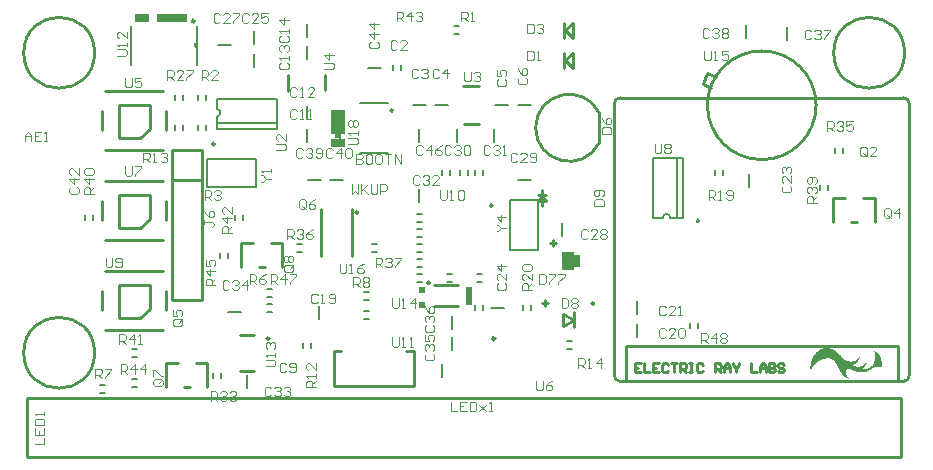
<source format=gto>
G04*
G04 #@! TF.GenerationSoftware,Altium Limited,CircuitStudio,1.5.2 (1.5.2.30)*
G04*
G04 Layer_Color=15065295*
%FSAX24Y24*%
%MOIN*%
G70*
G01*
G75*
%ADD81C,0.0100*%
%ADD82C,0.0079*%
%ADD83C,0.0030*%
%ADD84C,0.0040*%
%ADD85R,0.0050X0.0250*%
%ADD86R,0.0150X0.0150*%
%ADD87R,0.0500X0.0300*%
%ADD88R,0.0500X0.0800*%
%ADD89R,0.0200X0.0600*%
%ADD90R,0.0200X0.0200*%
%ADD91R,0.1000X0.0300*%
G36*
X037107Y013651D02*
X037173D01*
Y013644D01*
X037202Y013644D01*
Y013636D01*
X037232D01*
Y013629D01*
X037253D01*
Y013622D01*
X037268D01*
X037268Y013615D01*
X037290D01*
Y013607D01*
X037305D01*
Y013600D01*
X037319D01*
Y013593D01*
X037334Y013593D01*
Y013585D01*
X037341D01*
Y013578D01*
X037356D01*
Y013571D01*
X037370D01*
Y013563D01*
X037378Y013563D01*
Y013556D01*
X037385D01*
Y013549D01*
X037399D01*
Y013542D01*
X037407D01*
Y013534D01*
X037414D01*
Y013527D01*
X037429D01*
Y013520D01*
X037436D01*
Y013512D01*
X037443D01*
Y013505D01*
X037451D01*
Y013498D01*
X037458D01*
Y013490D01*
X037465D01*
Y013483D01*
X037473D01*
Y013476D01*
X037480D01*
Y013468D01*
X037487D01*
Y013461D01*
X037494D01*
Y013454D01*
X037502D01*
Y013447D01*
X037509D01*
Y013439D01*
X037516D01*
Y013432D01*
X037524D01*
Y013425D01*
X037531D01*
Y013417D01*
X037538D01*
Y013410D01*
X037546D01*
Y013403D01*
Y013395D01*
X037553D01*
X037553Y013388D01*
X037560D01*
Y013381D01*
X037567D01*
Y013374D01*
X037575D01*
Y013366D01*
X037582D01*
Y013359D01*
X037589D01*
Y013352D01*
Y013344D01*
X037597D01*
Y013337D01*
X037604D01*
Y013330D01*
X037611D01*
Y013322D01*
X037619D01*
Y013315D01*
X037626D01*
Y013308D01*
X037633Y013308D01*
Y013301D01*
X037648D01*
Y013293D01*
X037655D01*
Y013286D01*
X037670D01*
Y013279D01*
X037677D01*
Y013271D01*
X037692D01*
Y013264D01*
X037706D01*
X037706Y013257D01*
X037721D01*
Y013249D01*
X037735Y013249D01*
Y013242D01*
X037750D01*
Y013235D01*
X037772D01*
Y013227D01*
X037794D01*
Y013220D01*
X037823D01*
Y013213D01*
X037867D01*
X037867Y013206D01*
X037940D01*
X037940Y013213D01*
X037984D01*
Y013220D01*
X038006D01*
Y013227D01*
X038028D01*
Y013235D01*
X038042D01*
Y013242D01*
X038057D01*
Y013249D01*
X038071D01*
Y013257D01*
X038079D01*
Y013264D01*
X038086D01*
Y013271D01*
X038101D01*
Y013279D01*
X038108D01*
Y013286D01*
X038115D01*
Y013293D01*
X038122Y013293D01*
Y013301D01*
X038130D01*
Y013308D01*
X038137D01*
Y013315D01*
X038144D01*
Y013322D01*
Y013330D01*
X038152D01*
Y013337D01*
X038159D01*
Y013344D01*
Y013352D01*
X038166D01*
Y013359D01*
X038174D01*
Y013366D01*
Y013374D01*
X038181D01*
Y013381D01*
Y013388D01*
Y013395D01*
X038195D01*
Y013388D01*
Y013381D01*
X038188D01*
Y013374D01*
Y013366D01*
Y013359D01*
Y013352D01*
Y013344D01*
X038181D01*
Y013337D01*
Y013330D01*
Y013322D01*
X038174D01*
Y013315D01*
Y013308D01*
Y013301D01*
X038166D01*
Y013293D01*
Y013286D01*
Y013279D01*
X038159D01*
Y013271D01*
Y013264D01*
X038152D01*
Y013257D01*
Y013249D01*
X038144D01*
Y013242D01*
Y013235D01*
X038137D01*
Y013227D01*
Y013220D01*
X038130D01*
Y013213D01*
X038122D01*
X038122Y013206D01*
X038115D01*
Y013198D01*
Y013191D01*
X038108D01*
Y013184D01*
X038101D01*
Y013176D01*
X038093D01*
Y013169D01*
X038086D01*
Y013162D01*
X038079D01*
Y013154D01*
X038071D01*
Y013147D01*
X038057D01*
Y013140D01*
X038049D01*
Y013133D01*
X038035Y013133D01*
Y013125D01*
X038020D01*
Y013118D01*
X038013D01*
Y013111D01*
X037998D01*
Y013103D01*
X037984D01*
Y013096D01*
X037976D01*
Y013089D01*
X037969D01*
Y013081D01*
Y013074D01*
Y013067D01*
X037976D01*
Y013060D01*
X037998D01*
X037998Y013052D01*
X038020D01*
Y013045D01*
X038064D01*
Y013038D01*
X038188D01*
Y013045D01*
X038217D01*
Y013052D01*
X038247D01*
Y013060D01*
X038261D01*
Y013067D01*
X038276D01*
Y013074D01*
X038290D01*
Y013081D01*
X038305D01*
Y013089D01*
X038320D01*
Y013096D01*
X038327D01*
Y013103D01*
X038342D01*
Y013111D01*
X038349D01*
Y013118D01*
X038356D01*
Y013125D01*
X038363D01*
Y013133D01*
X038371D01*
Y013140D01*
X038378Y013140D01*
Y013147D01*
X038385D01*
Y013154D01*
X038393D01*
Y013162D01*
X038400D01*
Y013169D01*
X038407D01*
Y013176D01*
X038415D01*
Y013184D01*
Y013191D01*
X038422D01*
Y013198D01*
X038429D01*
Y013191D01*
Y013184D01*
X038422D01*
Y013176D01*
Y013169D01*
Y013162D01*
X038415D01*
Y013154D01*
Y013147D01*
Y013140D01*
X038407D01*
Y013133D01*
Y013125D01*
X038400D01*
Y013118D01*
Y013111D01*
X038393D01*
X038393Y013103D01*
Y013096D01*
X038385D01*
Y013089D01*
Y013081D01*
X038378D01*
Y013074D01*
Y013067D01*
X038371D01*
Y013060D01*
X038363D01*
X038363Y013052D01*
Y013045D01*
X038356D01*
Y013038D01*
X038349D01*
Y013030D01*
X038342D01*
Y013023D01*
X038334D01*
Y013016D01*
X038327D01*
Y013008D01*
X038320Y013008D01*
Y013001D01*
X038312D01*
Y012994D01*
X038305D01*
Y012987D01*
X038298D01*
Y012979D01*
X038290D01*
Y012972D01*
X038283D01*
Y012965D01*
X038276D01*
Y012957D01*
X038261D01*
Y012950D01*
X038283D01*
Y012943D01*
X038349D01*
Y012950D01*
X038385D01*
X038385Y012957D01*
X038415D01*
Y012965D01*
X038436D01*
Y012972D01*
X038451D01*
Y012979D01*
X038473D01*
Y012987D01*
X038488D01*
Y012994D01*
X038502D01*
Y013001D01*
X038517D01*
X038517Y013008D01*
X038531D01*
Y013016D01*
X038546D01*
Y013023D01*
X038561Y013023D01*
Y013030D01*
X038568D01*
Y013038D01*
X038575D01*
Y013045D01*
X038590D01*
Y013052D01*
X038597D01*
Y013060D01*
X038604D01*
Y013067D01*
Y013074D01*
X038612D01*
Y013081D01*
X038619D01*
X038619Y013089D01*
X038626D01*
Y013096D01*
Y013103D01*
X038634D01*
Y013111D01*
Y013118D01*
X038641D01*
Y013125D01*
Y013133D01*
X038648D01*
Y013140D01*
Y013147D01*
X038656D01*
Y013154D01*
Y013162D01*
X038663D01*
Y013169D01*
Y013176D01*
X038670D01*
Y013184D01*
Y013191D01*
Y013198D01*
Y013206D01*
X038677D01*
Y013213D01*
Y013220D01*
Y013227D01*
X038685D01*
Y013235D01*
Y013242D01*
Y013249D01*
Y013257D01*
Y013264D01*
Y013271D01*
X038692D01*
Y013279D01*
Y013286D01*
Y013293D01*
Y013301D01*
Y013308D01*
X038692Y013315D01*
Y013322D01*
Y013330D01*
Y013337D01*
X038692Y013344D01*
Y013352D01*
Y013359D01*
Y013366D01*
Y013374D01*
Y013381D01*
Y013388D01*
Y013395D01*
Y013403D01*
Y013410D01*
Y013417D01*
Y013425D01*
Y013432D01*
Y013439D01*
Y013447D01*
Y013454D01*
Y013461D01*
X038685D01*
Y013468D01*
Y013476D01*
Y013483D01*
Y013490D01*
X038685Y013498D01*
Y013505D01*
Y013512D01*
X038677D01*
Y013520D01*
Y013527D01*
Y013534D01*
Y013542D01*
Y013549D01*
X038670D01*
Y013556D01*
Y013563D01*
X038685D01*
Y013556D01*
X038692D01*
Y013549D01*
X038707D01*
Y013542D01*
X038714D01*
Y013534D01*
X038721D01*
Y013527D01*
X038736D01*
Y013520D01*
X038743D01*
Y013512D01*
X038750D01*
Y013505D01*
X038765D01*
Y013498D01*
X038772D01*
Y013490D01*
X038780D01*
Y013483D01*
X038787D01*
Y013476D01*
X038794D01*
Y013468D01*
X038802D01*
Y013461D01*
X038809D01*
Y013454D01*
X038816D01*
Y013447D01*
X038823D01*
X038823Y013439D01*
X038831D01*
Y013432D01*
X038838D01*
Y013425D01*
Y013417D01*
X038845D01*
Y013410D01*
X038853D01*
Y013403D01*
X038860D01*
Y013395D01*
Y013388D01*
X038867D01*
Y013381D01*
Y013374D01*
X038875D01*
Y013366D01*
X038882D01*
Y013359D01*
Y013352D01*
X038889D01*
Y013344D01*
Y013337D01*
Y013330D01*
X038897D01*
Y013322D01*
Y013315D01*
Y013308D01*
X038904D01*
Y013301D01*
Y013293D01*
Y013286D01*
X038911D01*
Y013279D01*
Y013271D01*
Y013264D01*
Y013257D01*
Y013249D01*
Y013242D01*
X038918D01*
Y013235D01*
Y013227D01*
Y013220D01*
Y013213D01*
X038918Y013206D01*
Y013198D01*
Y013191D01*
X038926D01*
X038926Y013184D01*
Y013176D01*
Y013169D01*
Y013162D01*
Y013154D01*
Y013147D01*
Y013140D01*
Y013133D01*
Y013125D01*
Y013118D01*
Y013111D01*
Y013103D01*
Y013096D01*
Y013089D01*
Y013081D01*
Y013074D01*
Y013067D01*
Y013060D01*
Y013052D01*
Y013045D01*
Y013038D01*
X038926Y013030D01*
Y013023D01*
X038889D01*
Y013030D01*
X038838D01*
Y013038D01*
X038743D01*
Y013030D01*
X038707Y013030D01*
Y013023D01*
X038685D01*
Y013016D01*
X038663D01*
Y013008D01*
X038648D01*
Y013001D01*
X038634D01*
Y012994D01*
X038626Y012994D01*
Y012987D01*
X038612D01*
Y012979D01*
X038604D01*
Y012972D01*
X038590D01*
Y012965D01*
X038583D01*
Y012957D01*
X038575D01*
X038575Y012950D01*
X038561D01*
Y012943D01*
X038553D01*
Y012935D01*
X038546D01*
Y012928D01*
X038531D01*
Y012921D01*
X038524D01*
Y012913D01*
X038509D01*
Y012906D01*
X038502D01*
Y012899D01*
X038488D01*
Y012892D01*
X038473D01*
Y012884D01*
X038458D01*
Y012877D01*
X038436D01*
Y012870D01*
X038415D01*
Y012862D01*
X038385Y012862D01*
Y012855D01*
X038349Y012855D01*
Y012848D01*
X038166D01*
Y012855D01*
X038122Y012855D01*
Y012862D01*
X038086Y012862D01*
Y012870D01*
X038057Y012870D01*
Y012877D01*
X038035Y012877D01*
Y012884D01*
X038020D01*
Y012892D01*
X037998D01*
Y012899D01*
X037984D01*
Y012906D01*
X037962D01*
Y012913D01*
X037947D01*
Y012921D01*
X037933D01*
Y012928D01*
X037911D01*
Y012935D01*
X037896D01*
Y012943D01*
X037881Y012943D01*
Y012950D01*
X037860Y012950D01*
Y012957D01*
X037845D01*
Y012965D01*
X037823D01*
Y012972D01*
X037779D01*
Y012965D01*
X037765D01*
Y012957D01*
X037757D01*
Y012950D01*
X037750D01*
Y012943D01*
Y012935D01*
X037743D01*
Y012928D01*
Y012921D01*
X037735D01*
Y012913D01*
Y012906D01*
Y012899D01*
X037728Y012899D01*
Y012892D01*
Y012884D01*
Y012877D01*
Y012870D01*
Y012862D01*
Y012855D01*
Y012848D01*
Y012840D01*
Y012833D01*
Y012826D01*
Y012819D01*
Y012811D01*
Y012804D01*
X037735Y012804D01*
Y012797D01*
Y012789D01*
Y012782D01*
X037743D01*
Y012775D01*
Y012767D01*
Y012760D01*
X037750D01*
Y012753D01*
Y012746D01*
X037757D01*
Y012738D01*
Y012731D01*
Y012724D01*
X037765Y012724D01*
Y012716D01*
X037772D01*
Y012709D01*
Y012702D01*
X037779D01*
Y012694D01*
Y012687D01*
X037787Y012687D01*
Y012680D01*
Y012672D01*
X037794D01*
Y012665D01*
X037801D01*
Y012658D01*
Y012651D01*
X037808D01*
Y012643D01*
X037816D01*
Y012636D01*
X037823D01*
Y012629D01*
X037830D01*
Y012621D01*
X037830Y012614D01*
X037823D01*
X037823Y012621D01*
X037808D01*
Y012629D01*
X037794D01*
Y012636D01*
X037779D01*
Y012643D01*
X037765D01*
Y012651D01*
X037757D01*
Y012658D01*
X037743D01*
Y012665D01*
X037735D01*
Y012672D01*
X037721D01*
Y012680D01*
X037713D01*
Y012687D01*
X037699D01*
Y012694D01*
X037692D01*
X037692Y012702D01*
X037684D01*
Y012709D01*
X037677D01*
Y012716D01*
X037662D01*
Y012724D01*
X037655Y012724D01*
Y012731D01*
X037648D01*
Y012738D01*
X037640D01*
Y012746D01*
X037633D01*
Y012753D01*
X037626Y012753D01*
Y012760D01*
X037619D01*
Y012767D01*
X037611D01*
Y012775D01*
X037604D01*
Y012782D01*
Y012789D01*
X037597D01*
Y012797D01*
X037589D01*
Y012804D01*
X037582D01*
Y012811D01*
X037575D01*
Y012819D01*
X037575Y012826D01*
X037567D01*
Y012833D01*
X037560D01*
Y012840D01*
X037553Y012840D01*
Y012848D01*
Y012855D01*
X037546D01*
Y012862D01*
X037538D01*
Y012870D01*
Y012877D01*
X037531D01*
X037531Y012884D01*
Y012892D01*
X037524D01*
Y012899D01*
Y012906D01*
X037516D01*
Y012913D01*
Y012921D01*
X037509D01*
Y012928D01*
Y012935D01*
X037502D01*
Y012943D01*
Y012950D01*
Y012957D01*
X037494D01*
Y012965D01*
Y012972D01*
X037487D01*
Y012979D01*
Y012987D01*
X037480D01*
Y012994D01*
Y013001D01*
X037473Y013001D01*
Y013008D01*
Y013016D01*
X037465D01*
Y013023D01*
Y013030D01*
X037458D01*
Y013038D01*
Y013045D01*
X037451D01*
Y013052D01*
Y013060D01*
X037443D01*
Y013067D01*
Y013074D01*
X037436D01*
Y013081D01*
Y013089D01*
X037429D01*
Y013096D01*
Y013103D01*
X037421D01*
Y013111D01*
X037414D01*
Y013118D01*
Y013125D01*
X037407D01*
Y013133D01*
Y013140D01*
X037399D01*
Y013147D01*
X037392D01*
Y013154D01*
X037392Y013162D01*
X037385D01*
Y013169D01*
X037378D01*
Y013176D01*
Y013184D01*
X037370D01*
X037370Y013191D01*
X037363D01*
Y013198D01*
X037356D01*
Y013206D01*
X037348D01*
Y013213D01*
X037341D01*
Y013220D01*
X037334D01*
Y013227D01*
X037326D01*
Y013235D01*
X037319D01*
Y013242D01*
X037312D01*
Y013249D01*
X037305D01*
Y013257D01*
X037290Y013257D01*
Y013264D01*
X037283D01*
Y013271D01*
X037268D01*
Y013279D01*
X037261D01*
Y013286D01*
X037246D01*
Y013293D01*
X037224D01*
Y013301D01*
X037210D01*
Y013308D01*
X037180Y013308D01*
Y013315D01*
X037049Y013315D01*
Y013308D01*
X037012Y013308D01*
Y013301D01*
X036991Y013301D01*
Y013293D01*
X036969D01*
Y013286D01*
X036947D01*
Y013279D01*
X036932D01*
Y013271D01*
X036917D01*
Y013264D01*
X036903D01*
Y013257D01*
X036888Y013257D01*
Y013249D01*
X036874D01*
Y013242D01*
X036859Y013242D01*
Y013235D01*
X036844D01*
Y013227D01*
X036830D01*
Y013220D01*
X036823D01*
Y013213D01*
X036808D01*
Y013206D01*
X036801D01*
Y013198D01*
X036786D01*
Y013191D01*
X036779D01*
Y013184D01*
X036771D01*
Y013176D01*
X036757D01*
Y013169D01*
X036750D01*
Y013162D01*
X036742D01*
Y013154D01*
X036735D01*
Y013147D01*
X036728D01*
Y013140D01*
X036720D01*
Y013133D01*
X036713D01*
Y013125D01*
X036698D01*
Y013118D01*
Y013111D01*
X036691D01*
Y013103D01*
X036684D01*
Y013096D01*
X036676D01*
Y013089D01*
X036669D01*
Y013081D01*
X036662D01*
Y013074D01*
X036655D01*
Y013067D01*
X036647D01*
Y013060D01*
Y013052D01*
X036640D01*
Y013045D01*
X036633D01*
Y013038D01*
X036625D01*
Y013030D01*
Y013023D01*
X036618D01*
Y013016D01*
X036611D01*
Y013008D01*
Y013001D01*
X036603Y013001D01*
Y012994D01*
Y012987D01*
X036596D01*
Y012979D01*
X036589D01*
Y012972D01*
Y012965D01*
X036582D01*
Y012957D01*
X036582Y012950D01*
X036574D01*
Y012943D01*
Y012935D01*
X036567D01*
X036567Y012928D01*
Y012921D01*
X036560D01*
Y012913D01*
Y012906D01*
Y012899D01*
X036545D01*
X036545Y012906D01*
Y012913D01*
Y012921D01*
Y012928D01*
Y012935D01*
Y012943D01*
Y012950D01*
Y012957D01*
Y012965D01*
Y012972D01*
X036538D01*
Y012979D01*
Y012987D01*
Y012994D01*
Y013001D01*
Y013008D01*
Y013016D01*
Y013023D01*
Y013030D01*
Y013038D01*
Y013045D01*
Y013052D01*
X036538Y013060D01*
X036545D01*
Y013067D01*
Y013074D01*
Y013081D01*
X036545Y013089D01*
Y013096D01*
Y013103D01*
Y013111D01*
Y013118D01*
Y013125D01*
X036552D01*
Y013133D01*
Y013140D01*
Y013147D01*
Y013154D01*
Y013162D01*
X036560D01*
Y013169D01*
Y013176D01*
Y013184D01*
X036560Y013191D01*
Y013198D01*
X036567D01*
Y013206D01*
X036567Y013213D01*
Y013220D01*
X036574D01*
Y013227D01*
Y013235D01*
Y013242D01*
X036582D01*
Y013249D01*
Y013257D01*
X036582Y013264D01*
X036589D01*
Y013271D01*
Y013279D01*
X036596D01*
Y013286D01*
Y013293D01*
Y013301D01*
X036603D01*
Y013308D01*
Y013315D01*
X036611D01*
Y013322D01*
Y013330D01*
X036618D01*
Y013337D01*
X036618Y013344D01*
X036625D01*
Y013352D01*
Y013359D01*
X036633D01*
Y013366D01*
Y013374D01*
X036640D01*
Y013381D01*
X036647D01*
Y013388D01*
Y013395D01*
X036655D01*
Y013403D01*
Y013410D01*
X036662D01*
Y013417D01*
X036669D01*
Y013425D01*
Y013432D01*
X036676D01*
Y013439D01*
X036684D01*
X036684Y013447D01*
X036691D01*
Y013454D01*
Y013461D01*
X036698D01*
Y013468D01*
X036706D01*
Y013476D01*
X036713D01*
Y013483D01*
X036720D01*
Y013490D01*
X036728D01*
Y013498D01*
Y013505D01*
X036735D01*
Y013512D01*
X036742D01*
Y013520D01*
X036750D01*
Y013527D01*
X036757D01*
Y013534D01*
X036771D01*
Y013542D01*
X036779D01*
Y013549D01*
X036786D01*
Y013556D01*
X036793D01*
Y013563D01*
X036801D01*
Y013571D01*
X036815Y013571D01*
Y013578D01*
X036823D01*
Y013585D01*
X036837D01*
Y013593D01*
X036844D01*
Y013600D01*
X036859D01*
Y013607D01*
X036874D01*
Y013615D01*
X036888D01*
Y013622D01*
X036910D01*
Y013629D01*
X036932Y013629D01*
Y013636D01*
X036954Y013636D01*
Y013644D01*
X036991D01*
Y013651D01*
X037056D01*
Y013658D01*
X037107D01*
Y013651D01*
D02*
G37*
G36*
X028650Y016750D02*
X028850D01*
Y016350D01*
X028650D01*
Y016250D01*
X028250D01*
Y016850D01*
X028650D01*
Y016750D01*
D02*
G37*
D81*
X021459Y018169D02*
G03*
X021459Y018169I-000039J000000D01*
G01*
X023849Y015833D02*
G03*
X023849Y015833I-000039J000000D01*
G01*
X032833Y017896D02*
G03*
X032833Y017896I-000039J000000D01*
G01*
X016685Y020457D02*
G03*
X016685Y020457I-000039J000000D01*
G01*
X029327Y015151D02*
G03*
X029327Y015151I-000039J000000D01*
G01*
X030197Y022000D02*
G03*
X030000Y021803I000000J-000197D01*
G01*
Y012748D02*
G03*
X030197Y012551I000197J000000D01*
G01*
X039646D02*
G03*
X039843Y012748I000000J000197D01*
G01*
Y021803D02*
G03*
X039646Y022000I-000197J000000D01*
G01*
X026032Y013972D02*
G03*
X026032Y013972I-000050J000000D01*
G01*
X016009Y024557D02*
G03*
X016009Y024557I-000044J000000D01*
G01*
X036731Y021750D02*
G03*
X036731Y021750I-001811J000000D01*
G01*
X012681Y013500D02*
G03*
X012681Y013500I-001181J000000D01*
G01*
X029500Y021500D02*
G03*
X029500Y020500I-001000J-000500D01*
G01*
X025945Y018406D02*
G03*
X025945Y018406I-000039J000000D01*
G01*
X018498Y013972D02*
G03*
X018498Y013972I-000039J000000D01*
G01*
X022630Y021591D02*
G03*
X022630Y021591I-000039J000000D01*
G01*
X012681Y023500D02*
G03*
X012681Y023500I-001181J000000D01*
G01*
X039681D02*
G03*
X039681Y023500I-001181J000000D01*
G01*
X027594Y018406D02*
Y018917D01*
X027476Y018563D02*
X027713Y018563D01*
X027594Y018720D02*
X027713Y018563D01*
X027476Y018563D02*
X027594Y018720D01*
X027476Y018760D02*
X027713Y018760D01*
X021262Y016713D02*
Y018287D01*
X020238Y016713D02*
Y018287D01*
X024006Y015046D02*
X024794D01*
X024006Y015754D02*
X024794D01*
X020663Y013565D02*
X020900D01*
X020663Y012384D02*
Y013565D01*
Y012384D02*
X023341Y012384D01*
X023341Y013565D01*
X023065D02*
X023341D01*
X039567Y010016D02*
Y011984D01*
X010433Y010016D02*
Y011984D01*
X039567D01*
X010433Y010016D02*
X039567D01*
X019120Y022224D02*
Y022756D01*
X020360Y022244D02*
Y022756D01*
X018545Y017144D02*
X018939D01*
Y016356D02*
Y017144D01*
X018152Y016356D02*
X018348D01*
X017561Y017144D02*
X017955D01*
X017561Y016356D02*
Y017144D01*
X028362Y024250D02*
X028618Y023994D01*
X028618Y023994D02*
Y024506D01*
X028343Y023994D02*
Y024506D01*
X028362Y024250D02*
X028618Y024506D01*
X027600Y015150D02*
X027800D01*
X027700Y015250D02*
X027700Y015050D01*
X028300Y014400D02*
Y014800D01*
Y014400D02*
X028650Y014600D01*
X028300Y014800D02*
X028650Y014600D01*
Y014350D02*
Y014850D01*
X016250Y015250D02*
X016250Y019250D01*
X015250Y015250D02*
X016250D01*
X015250Y019250D02*
X015250Y015250D01*
X015250Y019250D02*
X015250Y020250D01*
X015250Y019250D02*
X015250Y020250D01*
X015250Y019250D02*
X016250D01*
X016250Y020250D02*
X016250Y019250D01*
X015250Y020250D02*
X016250D01*
X030000Y012748D02*
Y021803D01*
X030197Y012551D02*
X039646D01*
X039646D01*
X039843Y021803D02*
X039843Y012748D01*
X030197Y022000D02*
X039646D01*
X039449Y012551D02*
Y013732D01*
X030394D02*
X039449D01*
X030394Y012551D02*
Y013732D01*
X032952Y022459D02*
X033109Y022813D01*
X032952Y022459D02*
X033227Y022341D01*
X033109Y022813D02*
X033385Y022695D01*
X027950Y017050D02*
Y017250D01*
X027850Y017150D02*
X028050D01*
X029500Y020500D02*
Y021500D01*
X017514Y012909D02*
X017986D01*
X017514Y014091D02*
X017986D01*
X013016Y014266D02*
X014945D01*
X012937Y014935D02*
Y015565D01*
X015063Y014935D02*
Y015565D01*
X013016Y016234D02*
X014945D01*
X013488Y015762D02*
X014512D01*
Y014974D02*
Y015762D01*
X014197Y014659D02*
X014512Y014974D01*
X013488Y014659D02*
X014197D01*
X013488D02*
Y015762D01*
X028362Y023250D02*
X028618Y022994D01*
X028618Y022994D02*
Y023506D01*
X028343Y022994D02*
Y023506D01*
X028362Y023250D02*
X028618Y023506D01*
X038295Y018644D02*
X038689D01*
Y017856D02*
Y018644D01*
X037902Y017856D02*
X038098D01*
X037311Y018644D02*
X037705D01*
X037311Y017856D02*
Y018644D01*
X016045Y013144D02*
X016439D01*
Y012356D02*
Y013144D01*
X015652Y012356D02*
X015848D01*
X015061Y013144D02*
X015455D01*
X015061Y012356D02*
Y013144D01*
X024974Y022380D02*
X025506D01*
X024994Y021140D02*
X025506D01*
X013016Y020266D02*
X014945D01*
X012937Y020935D02*
Y021565D01*
X015063Y020935D02*
Y021565D01*
X013016Y022234D02*
X014945D01*
X013488Y021762D02*
X014512D01*
Y020974D02*
Y021762D01*
X014197Y020659D02*
X014512Y020974D01*
X013488Y020659D02*
X014197D01*
X013488D02*
Y021762D01*
X013016Y017266D02*
X014945D01*
X012937Y017935D02*
Y018565D01*
X015063Y017935D02*
Y018565D01*
X013016Y019234D02*
X014945D01*
X013488Y018762D02*
X014512D01*
Y017974D02*
Y018762D01*
X014197Y017659D02*
X014512Y017974D01*
X013488Y017659D02*
X014197D01*
X013488D02*
Y018762D01*
X030900Y013150D02*
X030700D01*
Y012850D01*
X030900D01*
X030700Y013000D02*
X030800D01*
X031000Y013150D02*
Y012850D01*
X031200D01*
X031500Y013150D02*
X031300D01*
Y012850D01*
X031500D01*
X031300Y013000D02*
X031400D01*
X031800Y013100D02*
X031750Y013150D01*
X031650D01*
X031600Y013100D01*
Y012900D01*
X031650Y012850D01*
X031750D01*
X031800Y012900D01*
X031900Y013150D02*
X032100D01*
X032000D01*
Y012850D01*
X032200D02*
Y013150D01*
X032349D01*
X032399Y013100D01*
Y013000D01*
X032349Y012950D01*
X032200D01*
X032299D02*
X032399Y012850D01*
X032499Y013150D02*
X032599D01*
X032549D01*
Y012850D01*
X032499D01*
X032599D01*
X032949Y013100D02*
X032899Y013150D01*
X032799D01*
X032749Y013100D01*
Y012900D01*
X032799Y012850D01*
X032899D01*
X032949Y012900D01*
X033349Y012850D02*
Y013150D01*
X033499D01*
X033549Y013100D01*
Y013000D01*
X033499Y012950D01*
X033349D01*
X033449D02*
X033549Y012850D01*
X033649D02*
Y013050D01*
X033749Y013150D01*
X033849Y013050D01*
Y012850D01*
Y013000D01*
X033649D01*
X033949Y013150D02*
Y013100D01*
X034049Y013000D01*
X034149Y013100D01*
Y013150D01*
X034049Y013000D02*
Y012850D01*
X034549Y013150D02*
Y012850D01*
X034749D01*
X034849D02*
Y013050D01*
X034949Y013150D01*
X035049Y013050D01*
Y012850D01*
Y013000D01*
X034849D01*
X035149Y013150D02*
Y012850D01*
X035299D01*
X035348Y012900D01*
Y012950D01*
X035299Y013000D01*
X035149D01*
X035299D01*
X035348Y013050D01*
Y013100D01*
X035299Y013150D01*
X035149D01*
X035648Y013100D02*
X035598Y013150D01*
X035498D01*
X035448Y013100D01*
Y013050D01*
X035498Y013000D01*
X035598D01*
X035648Y012950D01*
Y012900D01*
X035598Y012850D01*
X035498D01*
X035448Y012900D01*
D82*
X031875Y018000D02*
G03*
X031625Y018000I-000125J000000D01*
G01*
X016750Y021375D02*
G03*
X016750Y021625I000000J000125D01*
G01*
X016102Y023829D02*
G03*
X016102Y023671I000000J-000079D01*
G01*
X026528Y016923D02*
X027472D01*
X026528D02*
Y018577D01*
X027472D01*
Y016923D02*
Y018577D01*
X031875Y018000D02*
X032293D01*
X031291D02*
X031625D01*
X031291D02*
Y020000D01*
X032293D01*
Y018000D02*
Y020000D01*
X032093Y018000D02*
Y020000D01*
X016750Y021157D02*
X018750D01*
X016750Y020957D02*
X018750D01*
Y021959D01*
X016750D02*
X018750D01*
X016750Y021625D02*
Y021959D01*
Y020957D02*
Y021375D01*
X016102Y023100D02*
Y023829D01*
Y023671D02*
Y024400D01*
X013898Y023100D02*
Y024400D01*
X021528Y020173D02*
X022472D01*
X021528Y021827D02*
X022472D01*
X023500Y020533D02*
Y020967D01*
X018000Y023033D02*
Y023467D01*
X023283Y021750D02*
X023717D01*
X024033D02*
X024467D01*
X026033D02*
X026467D01*
X026783D02*
X027217D01*
X019750Y020533D02*
Y020967D01*
Y021283D02*
Y021717D01*
Y023283D02*
Y023717D01*
Y024033D02*
Y024467D01*
X030750Y014033D02*
Y014467D01*
Y014783D02*
Y015217D01*
X024250Y012683D02*
Y013117D01*
X034500Y019033D02*
Y019467D01*
X025883Y015000D02*
X026317D01*
X018000Y023783D02*
Y024217D01*
X020150Y014633D02*
Y015067D01*
X016783Y023750D02*
X017217D01*
X028250Y017383D02*
Y017817D01*
X026783Y019250D02*
X027217D01*
X024750Y020533D02*
Y020967D01*
X026000Y020533D02*
Y020967D01*
X023500Y018533D02*
Y018967D01*
X017750Y012333D02*
Y012767D01*
X017133Y014850D02*
X017567D01*
X024600Y013583D02*
Y014017D01*
Y014283D02*
Y014717D01*
X035750Y023933D02*
Y024367D01*
X034400Y023983D02*
Y024417D01*
X019783Y019250D02*
X020217D01*
X020533D02*
X020967D01*
X021783Y023000D02*
X022217D01*
X024671Y024112D02*
X024829D01*
X024671Y024388D02*
X024829D01*
X016112Y021921D02*
Y022079D01*
X016388Y021921D02*
Y022079D01*
X016388Y020921D02*
Y021079D01*
X016112Y020921D02*
Y021079D01*
X018421Y015638D02*
X018579D01*
X018421Y015362D02*
X018579D01*
X012871Y012438D02*
X013029D01*
X012871Y012162D02*
X013029D01*
X021671Y015538D02*
X021829D01*
X021671Y015262D02*
X021829D01*
X019888Y013671D02*
Y013829D01*
X019612Y013671D02*
Y013829D01*
X015638Y020921D02*
Y021079D01*
X015362Y020921D02*
Y021079D01*
X028421Y013612D02*
X028579D01*
X028421Y013888D02*
X028579D01*
X033362Y019421D02*
Y019579D01*
X033638Y019421D02*
Y019579D01*
X026962Y014921D02*
Y015079D01*
X027238Y014921D02*
Y015079D01*
X023421Y017138D02*
X023579D01*
X023421Y016862D02*
X023579D01*
X023421Y017638D02*
X023579D01*
X023421Y017362D02*
X023579D01*
X025638Y019421D02*
Y019579D01*
X025362Y019421D02*
Y019579D01*
X023421Y016138D02*
X023579D01*
X023421Y015862D02*
X023579D01*
X023421Y016638D02*
X023579D01*
X023421Y016362D02*
X023579D01*
X015362Y021921D02*
Y022079D01*
X015638Y021921D02*
Y022079D01*
X024862Y019421D02*
Y019579D01*
X025138Y019421D02*
Y019579D01*
X024262Y019421D02*
Y019579D01*
X024538Y019421D02*
Y019579D01*
X024421Y016138D02*
X024579D01*
X024421Y015862D02*
X024579D01*
X023421Y017862D02*
X023579D01*
X023421Y018138D02*
X023579D01*
X025421Y016138D02*
X025579D01*
X025421Y015862D02*
X025579D01*
X016888Y012671D02*
Y012829D01*
X016612Y012671D02*
Y012829D01*
X037638Y020171D02*
Y020329D01*
X037362Y020171D02*
Y020329D01*
X019421Y017138D02*
X019579D01*
X019421Y016862D02*
X019579D01*
X021921Y016862D02*
X022079D01*
X021921Y017138D02*
X022079D01*
X036862Y018921D02*
Y019079D01*
X037138Y018921D02*
Y019079D01*
X012638Y017921D02*
Y018079D01*
X012362Y017921D02*
Y018079D01*
X013921Y013362D02*
X014079D01*
X013921Y013638D02*
X014079D01*
X017638Y017921D02*
Y018079D01*
X017362Y017921D02*
Y018079D01*
X022888Y022921D02*
Y023079D01*
X022612Y022921D02*
Y023079D01*
X013921Y012638D02*
X014079D01*
X013921Y012362D02*
X014079D01*
X016862Y016671D02*
Y016829D01*
X017138Y016671D02*
Y016829D01*
X018077Y019028D02*
Y019972D01*
X016423Y019028D02*
X018077D01*
X016423D02*
Y019972D01*
X018077D01*
X021671Y014888D02*
X021829D01*
X021671Y014612D02*
X021829D01*
X018421Y015138D02*
X018579D01*
X018421Y014862D02*
X018579D01*
X025362Y014921D02*
Y015079D01*
X025638Y014921D02*
Y015079D01*
X032512Y014321D02*
Y014479D01*
X032788Y014321D02*
Y014479D01*
D83*
X026080Y017550D02*
X026133D01*
X026240Y017657D01*
X026133Y017763D01*
X026080D01*
X026240Y017657D02*
X026400D01*
Y018030D02*
X026080D01*
X026240Y017870D01*
Y018083D01*
X029330Y018400D02*
X029650D01*
Y018560D01*
X029597Y018613D01*
X029383D01*
X029330Y018560D01*
Y018400D01*
X029597Y018720D02*
X029650Y018773D01*
Y018880D01*
X029597Y018933D01*
X029383D01*
X029330Y018880D01*
Y018773D01*
X029383Y018720D01*
X029437D01*
X029490Y018773D01*
Y018933D01*
X020850Y016470D02*
Y016203D01*
X020903Y016150D01*
X021010D01*
X021063Y016203D01*
Y016470D01*
X021170Y016150D02*
X021277D01*
X021223D01*
Y016470D01*
X021170Y016417D01*
X021650Y016470D02*
X021543Y016417D01*
X021436Y016310D01*
Y016203D01*
X021490Y016150D01*
X021596D01*
X021650Y016203D01*
Y016257D01*
X021596Y016310D01*
X021436D01*
X022600Y015320D02*
Y015053D01*
X022653Y015000D01*
X022760D01*
X022813Y015053D01*
Y015320D01*
X022920Y015000D02*
X023027D01*
X022973D01*
Y015320D01*
X022920Y015267D01*
X023346Y015000D02*
Y015320D01*
X023186Y015160D01*
X023400D01*
X022600Y014020D02*
Y013753D01*
X022653Y013700D01*
X022760D01*
X022813Y013753D01*
Y014020D01*
X022920Y013700D02*
X023027D01*
X022973D01*
Y014020D01*
X022920Y013967D01*
X023186Y013700D02*
X023293D01*
X023240D01*
Y014020D01*
X023186Y013967D01*
X019713Y018353D02*
Y018567D01*
X019660Y018620D01*
X019553D01*
X019500Y018567D01*
Y018353D01*
X019553Y018300D01*
X019660D01*
X019607Y018407D02*
X019713Y018300D01*
X019660D02*
X019713Y018353D01*
X020033Y018620D02*
X019927Y018567D01*
X019820Y018460D01*
Y018353D01*
X019873Y018300D01*
X019980D01*
X020033Y018353D01*
Y018407D01*
X019980Y018460D01*
X019820D01*
X010680Y010450D02*
X011000D01*
Y010663D01*
X010680Y010983D02*
Y010770D01*
X011000D01*
Y010983D01*
X010840Y010770D02*
Y010877D01*
X010680Y011090D02*
X011000D01*
Y011250D01*
X010947Y011303D01*
X010733D01*
X010680Y011250D01*
Y011090D01*
X011000Y011410D02*
Y011516D01*
Y011463D01*
X010680D01*
X010733Y011410D01*
X020330Y022950D02*
X020597D01*
X020650Y023003D01*
Y023110D01*
X020597Y023163D01*
X020330D01*
X020650Y023430D02*
X020330D01*
X020490Y023270D01*
Y023483D01*
X019247Y016413D02*
X019033D01*
X018980Y016360D01*
Y016253D01*
X019033Y016200D01*
X019247D01*
X019300Y016253D01*
Y016360D01*
X019193Y016307D02*
X019300Y016413D01*
Y016360D02*
X019247Y016413D01*
X019033Y016520D02*
X018980Y016573D01*
Y016680D01*
X019033Y016733D01*
X019087D01*
X019140Y016680D01*
X019193Y016733D01*
X019247D01*
X019300Y016680D01*
Y016573D01*
X019247Y016520D01*
X019193D01*
X019140Y016573D01*
X019087Y016520D01*
X019033D01*
X019140Y016573D02*
Y016680D01*
X031350Y020470D02*
Y020203D01*
X031403Y020150D01*
X031510D01*
X031563Y020203D01*
Y020470D01*
X031670Y020417D02*
X031723Y020470D01*
X031830D01*
X031883Y020417D01*
Y020363D01*
X031830Y020310D01*
X031883Y020257D01*
Y020203D01*
X031830Y020150D01*
X031723D01*
X031670Y020203D01*
Y020257D01*
X031723Y020310D01*
X031670Y020363D01*
Y020417D01*
X031723Y020310D02*
X031830D01*
X027100Y024470D02*
Y024150D01*
X027260D01*
X027313Y024203D01*
Y024417D01*
X027260Y024470D01*
X027100D01*
X027420Y024417D02*
X027473Y024470D01*
X027580D01*
X027633Y024417D01*
Y024363D01*
X027580Y024310D01*
X027527D01*
X027580D01*
X027633Y024257D01*
Y024203D01*
X027580Y024150D01*
X027473D01*
X027420Y024203D01*
X018730Y020250D02*
X018997D01*
X019050Y020303D01*
Y020410D01*
X018997Y020463D01*
X018730D01*
X019050Y020783D02*
Y020570D01*
X018837Y020783D01*
X018783D01*
X018730Y020730D01*
Y020623D01*
X018783Y020570D01*
X028250Y015320D02*
Y015000D01*
X028410D01*
X028463Y015053D01*
Y015267D01*
X028410Y015320D01*
X028250D01*
X028570Y015267D02*
X028623Y015320D01*
X028730D01*
X028783Y015267D01*
Y015213D01*
X028730Y015160D01*
X028783Y015107D01*
Y015053D01*
X028730Y015000D01*
X028623D01*
X028570Y015053D01*
Y015107D01*
X028623Y015160D01*
X028570Y015213D01*
Y015267D01*
X028623Y015160D02*
X028730D01*
X016330Y017913D02*
Y017807D01*
Y017860D01*
X016597D01*
X016650Y017807D01*
Y017753D01*
X016597Y017700D01*
X016330Y018233D02*
X016383Y018127D01*
X016490Y018020D01*
X016597D01*
X016650Y018073D01*
Y018180D01*
X016597Y018233D01*
X016543D01*
X016490Y018180D01*
Y018020D01*
X027400Y012570D02*
Y012303D01*
X027453Y012250D01*
X027560D01*
X027613Y012303D01*
Y012570D01*
X027933D02*
X027827Y012517D01*
X027720Y012410D01*
Y012303D01*
X027773Y012250D01*
X027880D01*
X027933Y012303D01*
Y012357D01*
X027880Y012410D01*
X027720D01*
X013430Y023400D02*
X013697D01*
X013750Y023453D01*
Y023560D01*
X013697Y023613D01*
X013430D01*
X013750Y023720D02*
Y023827D01*
Y023773D01*
X013430D01*
X013483Y023720D01*
X013750Y024200D02*
Y023986D01*
X013537Y024200D01*
X013483D01*
X013430Y024146D01*
Y024040D01*
X013483Y023986D01*
X033000Y023570D02*
Y023303D01*
X033053Y023250D01*
X033160D01*
X033213Y023303D01*
Y023570D01*
X033320Y023250D02*
X033427D01*
X033373D01*
Y023570D01*
X033320Y023517D01*
X033800Y023570D02*
X033586D01*
Y023410D01*
X033693Y023463D01*
X033746D01*
X033800Y023410D01*
Y023303D01*
X033746Y023250D01*
X033640D01*
X033586Y023303D01*
X010360Y020550D02*
Y020763D01*
X010467Y020870D01*
X010573Y020763D01*
Y020550D01*
Y020710D01*
X010360D01*
X010893Y020870D02*
X010680D01*
Y020550D01*
X010893D01*
X010680Y020710D02*
X010787D01*
X011000Y020550D02*
X011106D01*
X011053D01*
Y020870D01*
X011000Y020817D01*
X027500Y016120D02*
Y015800D01*
X027660D01*
X027713Y015853D01*
Y016067D01*
X027660Y016120D01*
X027500D01*
X027820D02*
X028033D01*
Y016067D01*
X027820Y015853D01*
Y015800D01*
X028140Y016120D02*
X028353D01*
Y016067D01*
X028140Y015853D01*
Y015800D01*
X029580Y020800D02*
X029900D01*
Y020960D01*
X029847Y021013D01*
X029633D01*
X029580Y020960D01*
Y020800D01*
Y021333D02*
X029633Y021227D01*
X029740Y021120D01*
X029847D01*
X029900Y021173D01*
Y021280D01*
X029847Y021333D01*
X029793D01*
X029740Y021280D01*
Y021120D01*
X024200Y018920D02*
Y018653D01*
X024253Y018600D01*
X024360D01*
X024413Y018653D01*
Y018920D01*
X024520Y018600D02*
X024627D01*
X024573D01*
Y018920D01*
X024520Y018867D01*
X024786D02*
X024840Y018920D01*
X024946D01*
X025000Y018867D01*
Y018653D01*
X024946Y018600D01*
X024840D01*
X024786Y018653D01*
Y018867D01*
X018380Y013050D02*
X018647D01*
X018700Y013103D01*
Y013210D01*
X018647Y013263D01*
X018380D01*
X018700Y013370D02*
Y013477D01*
Y013423D01*
X018380D01*
X018433Y013370D01*
Y013636D02*
X018380Y013690D01*
Y013796D01*
X018433Y013850D01*
X018487D01*
X018540Y013796D01*
Y013743D01*
Y013796D01*
X018593Y013850D01*
X018647D01*
X018700Y013796D01*
Y013690D01*
X018647Y013636D01*
X021250Y019120D02*
Y018800D01*
X021357Y018907D01*
X021463Y018800D01*
Y019120D01*
X021570D02*
Y018800D01*
Y018907D01*
X021783Y019120D01*
X021623Y018960D01*
X021783Y018800D01*
X021890Y019120D02*
Y018853D01*
X021943Y018800D01*
X022050D01*
X022103Y018853D01*
Y019120D01*
X022210Y018800D02*
Y019120D01*
X022370D01*
X022423Y019067D01*
Y018960D01*
X022370Y018907D01*
X022210D01*
X021130Y020450D02*
X021397D01*
X021450Y020503D01*
Y020610D01*
X021397Y020663D01*
X021130D01*
X021450Y020770D02*
Y020877D01*
Y020823D01*
X021130D01*
X021183Y020770D01*
Y021036D02*
X021130Y021090D01*
Y021196D01*
X021183Y021250D01*
X021237D01*
X021290Y021196D01*
X021343Y021250D01*
X021397D01*
X021450Y021196D01*
Y021090D01*
X021397Y021036D01*
X021343D01*
X021290Y021090D01*
X021237Y021036D01*
X021183D01*
X021290Y021090D02*
Y021196D01*
X023613Y020367D02*
X023560Y020420D01*
X023453D01*
X023400Y020367D01*
Y020153D01*
X023453Y020100D01*
X023560D01*
X023613Y020153D01*
X023880Y020100D02*
Y020420D01*
X023720Y020260D01*
X023933D01*
X024253Y020420D02*
X024146Y020367D01*
X024040Y020260D01*
Y020153D01*
X024093Y020100D01*
X024200D01*
X024253Y020153D01*
Y020207D01*
X024200Y020260D01*
X024040D01*
X013050Y016670D02*
Y016403D01*
X013103Y016350D01*
X013210D01*
X013263Y016403D01*
Y016670D01*
X013370Y016403D02*
X013423Y016350D01*
X013530D01*
X013583Y016403D01*
Y016617D01*
X013530Y016670D01*
X013423D01*
X013370Y016617D01*
Y016563D01*
X013423Y016510D01*
X013583D01*
X011883Y019013D02*
X011830Y018960D01*
Y018853D01*
X011883Y018800D01*
X012097D01*
X012150Y018853D01*
Y018960D01*
X012097Y019013D01*
X012150Y019280D02*
X011830D01*
X011990Y019120D01*
Y019333D01*
X012150Y019653D02*
Y019440D01*
X011937Y019653D01*
X011883D01*
X011830Y019600D01*
Y019493D01*
X011883Y019440D01*
X024550Y011870D02*
Y011550D01*
X024763D01*
X025083Y011870D02*
X024870D01*
Y011550D01*
X025083D01*
X024870Y011710D02*
X024977D01*
X025190Y011870D02*
Y011550D01*
X025350D01*
X025403Y011603D01*
Y011817D01*
X025350Y011870D01*
X025190D01*
X025510Y011763D02*
X025723Y011550D01*
X025616Y011657D01*
X025723Y011763D01*
X025510Y011550D01*
X025830D02*
X025936D01*
X025883D01*
Y011870D01*
X025830Y011817D01*
X022763Y023867D02*
X022710Y023920D01*
X022603D01*
X022550Y023867D01*
Y023653D01*
X022603Y023600D01*
X022710D01*
X022763Y023653D01*
X023083Y023600D02*
X022870D01*
X023083Y023813D01*
Y023867D01*
X023030Y023920D01*
X022923D01*
X022870Y023867D01*
X023463Y022917D02*
X023410Y022970D01*
X023303D01*
X023250Y022917D01*
Y022703D01*
X023303Y022650D01*
X023410D01*
X023463Y022703D01*
X023570Y022917D02*
X023623Y022970D01*
X023730D01*
X023783Y022917D01*
Y022863D01*
X023730Y022810D01*
X023677D01*
X023730D01*
X023783Y022757D01*
Y022703D01*
X023730Y022650D01*
X023623D01*
X023570Y022703D01*
X024163Y022917D02*
X024110Y022970D01*
X024003D01*
X023950Y022917D01*
Y022703D01*
X024003Y022650D01*
X024110D01*
X024163Y022703D01*
X024430Y022650D02*
Y022970D01*
X024270Y022810D01*
X024483D01*
X026133Y022613D02*
X026080Y022560D01*
Y022453D01*
X026133Y022400D01*
X026347D01*
X026400Y022453D01*
Y022560D01*
X026347Y022613D01*
X026080Y022933D02*
Y022720D01*
X026240D01*
X026187Y022827D01*
Y022880D01*
X026240Y022933D01*
X026347D01*
X026400Y022880D01*
Y022773D01*
X026347Y022720D01*
X026833Y022663D02*
X026780Y022610D01*
Y022503D01*
X026833Y022450D01*
X027047D01*
X027100Y022503D01*
Y022610D01*
X027047Y022663D01*
X026780Y022983D02*
X026833Y022877D01*
X026940Y022770D01*
X027047D01*
X027100Y022823D01*
Y022930D01*
X027047Y022983D01*
X026993D01*
X026940Y022930D01*
Y022770D01*
X019063Y013117D02*
X019010Y013170D01*
X018903D01*
X018850Y013117D01*
Y012903D01*
X018903Y012850D01*
X019010D01*
X019063Y012903D01*
X019170D02*
X019223Y012850D01*
X019330D01*
X019383Y012903D01*
Y013117D01*
X019330Y013170D01*
X019223D01*
X019170Y013117D01*
Y013063D01*
X019223Y013010D01*
X019383D01*
X019423Y021557D02*
X019370Y021610D01*
X019263D01*
X019210Y021557D01*
Y021343D01*
X019263Y021290D01*
X019370D01*
X019423Y021343D01*
X019530Y021290D02*
X019637D01*
X019583D01*
Y021610D01*
X019530Y021557D01*
X019796Y021290D02*
X019903D01*
X019850D01*
Y021610D01*
X019796Y021557D01*
X019423Y022307D02*
X019370Y022360D01*
X019263D01*
X019210Y022307D01*
Y022093D01*
X019263Y022040D01*
X019370D01*
X019423Y022093D01*
X019530Y022040D02*
X019637D01*
X019583D01*
Y022360D01*
X019530Y022307D01*
X020010Y022040D02*
X019796D01*
X020010Y022253D01*
Y022307D01*
X019956Y022360D01*
X019850D01*
X019796Y022307D01*
X018883Y023163D02*
X018830Y023110D01*
Y023003D01*
X018883Y022950D01*
X019097D01*
X019150Y023003D01*
Y023110D01*
X019097Y023163D01*
X019150Y023270D02*
Y023377D01*
Y023323D01*
X018830D01*
X018883Y023270D01*
Y023536D02*
X018830Y023590D01*
Y023696D01*
X018883Y023750D01*
X018937D01*
X018990Y023696D01*
Y023643D01*
Y023696D01*
X019043Y023750D01*
X019097D01*
X019150Y023696D01*
Y023590D01*
X019097Y023536D01*
X018883Y024063D02*
X018830Y024010D01*
Y023903D01*
X018883Y023850D01*
X019097D01*
X019150Y023903D01*
Y024010D01*
X019097Y024063D01*
X019150Y024170D02*
Y024277D01*
Y024223D01*
X018830D01*
X018883Y024170D01*
X019150Y024596D02*
X018830D01*
X018990Y024436D01*
Y024650D01*
X020113Y015417D02*
X020060Y015470D01*
X019953D01*
X019900Y015417D01*
Y015203D01*
X019953Y015150D01*
X020060D01*
X020113Y015203D01*
X020220Y015150D02*
X020327D01*
X020273D01*
Y015470D01*
X020220Y015417D01*
X020486Y015203D02*
X020540Y015150D01*
X020646D01*
X020700Y015203D01*
Y015417D01*
X020646Y015470D01*
X020540D01*
X020486Y015417D01*
Y015363D01*
X020540Y015310D01*
X020700D01*
X031713Y014267D02*
X031660Y014320D01*
X031553D01*
X031500Y014267D01*
Y014053D01*
X031553Y014000D01*
X031660D01*
X031713Y014053D01*
X032033Y014000D02*
X031820D01*
X032033Y014213D01*
Y014267D01*
X031980Y014320D01*
X031873D01*
X031820Y014267D01*
X032140D02*
X032193Y014320D01*
X032300D01*
X032353Y014267D01*
Y014053D01*
X032300Y014000D01*
X032193D01*
X032140Y014053D01*
Y014267D01*
X031713Y015017D02*
X031660Y015070D01*
X031553D01*
X031500Y015017D01*
Y014803D01*
X031553Y014750D01*
X031660D01*
X031713Y014803D01*
X032033Y014750D02*
X031820D01*
X032033Y014963D01*
Y015017D01*
X031980Y015070D01*
X031873D01*
X031820Y015017D01*
X032140Y014750D02*
X032246D01*
X032193D01*
Y015070D01*
X032140Y015017D01*
X035633Y019063D02*
X035580Y019010D01*
Y018903D01*
X035633Y018850D01*
X035847D01*
X035900Y018903D01*
Y019010D01*
X035847Y019063D01*
X035900Y019383D02*
Y019170D01*
X035687Y019383D01*
X035633D01*
X035580Y019330D01*
Y019223D01*
X035633Y019170D01*
Y019490D02*
X035580Y019543D01*
Y019650D01*
X035633Y019703D01*
X035687D01*
X035740Y019650D01*
Y019596D01*
Y019650D01*
X035793Y019703D01*
X035847D01*
X035900Y019650D01*
Y019543D01*
X035847Y019490D01*
X026133Y015813D02*
X026080Y015760D01*
Y015653D01*
X026133Y015600D01*
X026347D01*
X026400Y015653D01*
Y015760D01*
X026347Y015813D01*
X026400Y016133D02*
Y015920D01*
X026187Y016133D01*
X026133D01*
X026080Y016080D01*
Y015973D01*
X026133Y015920D01*
X026400Y016400D02*
X026080D01*
X026240Y016240D01*
Y016453D01*
X017813Y024767D02*
X017760Y024820D01*
X017653D01*
X017600Y024767D01*
Y024553D01*
X017653Y024500D01*
X017760D01*
X017813Y024553D01*
X018133Y024500D02*
X017920D01*
X018133Y024713D01*
Y024767D01*
X018080Y024820D01*
X017973D01*
X017920Y024767D01*
X018453Y024820D02*
X018240D01*
Y024660D01*
X018346Y024713D01*
X018400D01*
X018453Y024660D01*
Y024553D01*
X018400Y024500D01*
X018293D01*
X018240Y024553D01*
X016863Y024767D02*
X016810Y024820D01*
X016703D01*
X016650Y024767D01*
Y024553D01*
X016703Y024500D01*
X016810D01*
X016863Y024553D01*
X017183Y024500D02*
X016970D01*
X017183Y024713D01*
Y024767D01*
X017130Y024820D01*
X017023D01*
X016970Y024767D01*
X017290Y024820D02*
X017503D01*
Y024767D01*
X017290Y024553D01*
Y024500D01*
X029113Y017567D02*
X029060Y017620D01*
X028953D01*
X028900Y017567D01*
Y017353D01*
X028953Y017300D01*
X029060D01*
X029113Y017353D01*
X029433Y017300D02*
X029220D01*
X029433Y017513D01*
Y017567D01*
X029380Y017620D01*
X029273D01*
X029220Y017567D01*
X029540D02*
X029593Y017620D01*
X029700D01*
X029753Y017567D01*
Y017513D01*
X029700Y017460D01*
X029753Y017407D01*
Y017353D01*
X029700Y017300D01*
X029593D01*
X029540Y017353D01*
Y017407D01*
X029593Y017460D01*
X029540Y017513D01*
Y017567D01*
X029593Y017460D02*
X029700D01*
X026763Y020118D02*
X026710Y020172D01*
X026603D01*
X026550Y020118D01*
Y019905D01*
X026603Y019852D01*
X026710D01*
X026763Y019905D01*
X027083Y019852D02*
X026870D01*
X027083Y020065D01*
Y020118D01*
X027030Y020172D01*
X026923D01*
X026870Y020118D01*
X027190Y019905D02*
X027243Y019852D01*
X027350D01*
X027403Y019905D01*
Y020118D01*
X027350Y020172D01*
X027243D01*
X027190Y020118D01*
Y020065D01*
X027243Y020012D01*
X027403D01*
X024563Y020367D02*
X024510Y020420D01*
X024403D01*
X024350Y020367D01*
Y020153D01*
X024403Y020100D01*
X024510D01*
X024563Y020153D01*
X024670Y020367D02*
X024723Y020420D01*
X024830D01*
X024883Y020367D01*
Y020313D01*
X024830Y020260D01*
X024777D01*
X024830D01*
X024883Y020207D01*
Y020153D01*
X024830Y020100D01*
X024723D01*
X024670Y020153D01*
X024990Y020367D02*
X025043Y020420D01*
X025150D01*
X025203Y020367D01*
Y020153D01*
X025150Y020100D01*
X025043D01*
X024990Y020153D01*
Y020367D01*
X025863D02*
X025810Y020420D01*
X025703D01*
X025650Y020367D01*
Y020153D01*
X025703Y020100D01*
X025810D01*
X025863Y020153D01*
X025970Y020367D02*
X026023Y020420D01*
X026130D01*
X026183Y020367D01*
Y020313D01*
X026130Y020260D01*
X026077D01*
X026130D01*
X026183Y020207D01*
Y020153D01*
X026130Y020100D01*
X026023D01*
X025970Y020153D01*
X026290Y020100D02*
X026396D01*
X026343D01*
Y020420D01*
X026290Y020367D01*
X023513Y019367D02*
X023460Y019420D01*
X023353D01*
X023300Y019367D01*
Y019153D01*
X023353Y019100D01*
X023460D01*
X023513Y019153D01*
X023620Y019367D02*
X023673Y019420D01*
X023780D01*
X023833Y019367D01*
Y019313D01*
X023780Y019260D01*
X023727D01*
X023780D01*
X023833Y019207D01*
Y019153D01*
X023780Y019100D01*
X023673D01*
X023620Y019153D01*
X024153Y019100D02*
X023940D01*
X024153Y019313D01*
Y019367D01*
X024100Y019420D01*
X023993D01*
X023940Y019367D01*
X018563Y012317D02*
X018510Y012370D01*
X018403D01*
X018350Y012317D01*
Y012103D01*
X018403Y012050D01*
X018510D01*
X018563Y012103D01*
X018670Y012317D02*
X018723Y012370D01*
X018830D01*
X018883Y012317D01*
Y012263D01*
X018830Y012210D01*
X018777D01*
X018830D01*
X018883Y012157D01*
Y012103D01*
X018830Y012050D01*
X018723D01*
X018670Y012103D01*
X018990Y012317D02*
X019043Y012370D01*
X019150D01*
X019203Y012317D01*
Y012263D01*
X019150Y012210D01*
X019096D01*
X019150D01*
X019203Y012157D01*
Y012103D01*
X019150Y012050D01*
X019043D01*
X018990Y012103D01*
X017163Y015867D02*
X017110Y015920D01*
X017003D01*
X016950Y015867D01*
Y015653D01*
X017003Y015600D01*
X017110D01*
X017163Y015653D01*
X017270Y015867D02*
X017323Y015920D01*
X017430D01*
X017483Y015867D01*
Y015813D01*
X017430Y015760D01*
X017377D01*
X017430D01*
X017483Y015707D01*
Y015653D01*
X017430Y015600D01*
X017323D01*
X017270Y015653D01*
X017750Y015600D02*
Y015920D01*
X017590Y015760D01*
X017803D01*
X023733Y013463D02*
X023680Y013410D01*
Y013303D01*
X023733Y013250D01*
X023947D01*
X024000Y013303D01*
Y013410D01*
X023947Y013463D01*
X023733Y013570D02*
X023680Y013623D01*
Y013730D01*
X023733Y013783D01*
X023787D01*
X023840Y013730D01*
Y013677D01*
Y013730D01*
X023893Y013783D01*
X023947D01*
X024000Y013730D01*
Y013623D01*
X023947Y013570D01*
X023680Y014103D02*
Y013890D01*
X023840D01*
X023787Y013996D01*
Y014050D01*
X023840Y014103D01*
X023947D01*
X024000Y014050D01*
Y013943D01*
X023947Y013890D01*
X023733Y014413D02*
X023680Y014360D01*
Y014253D01*
X023733Y014200D01*
X023947D01*
X024000Y014253D01*
Y014360D01*
X023947Y014413D01*
X023733Y014520D02*
X023680Y014573D01*
Y014680D01*
X023733Y014733D01*
X023787D01*
X023840Y014680D01*
Y014627D01*
Y014680D01*
X023893Y014733D01*
X023947D01*
X024000Y014680D01*
Y014573D01*
X023947Y014520D01*
X023680Y015053D02*
X023733Y014946D01*
X023840Y014840D01*
X023947D01*
X024000Y014893D01*
Y015000D01*
X023947Y015053D01*
X023893D01*
X023840Y015000D01*
Y014840D01*
X036563Y024217D02*
X036510Y024270D01*
X036403D01*
X036350Y024217D01*
Y024003D01*
X036403Y023950D01*
X036510D01*
X036563Y024003D01*
X036670Y024217D02*
X036723Y024270D01*
X036830D01*
X036883Y024217D01*
Y024163D01*
X036830Y024110D01*
X036777D01*
X036830D01*
X036883Y024057D01*
Y024003D01*
X036830Y023950D01*
X036723D01*
X036670Y024003D01*
X036990Y024270D02*
X037203D01*
Y024217D01*
X036990Y024003D01*
Y023950D01*
X033163Y024267D02*
X033110Y024320D01*
X033003D01*
X032950Y024267D01*
Y024053D01*
X033003Y024000D01*
X033110D01*
X033163Y024053D01*
X033270Y024267D02*
X033323Y024320D01*
X033430D01*
X033483Y024267D01*
Y024213D01*
X033430Y024160D01*
X033377D01*
X033430D01*
X033483Y024107D01*
Y024053D01*
X033430Y024000D01*
X033323D01*
X033270Y024053D01*
X033590Y024267D02*
X033643Y024320D01*
X033750D01*
X033803Y024267D01*
Y024213D01*
X033750Y024160D01*
X033803Y024107D01*
Y024053D01*
X033750Y024000D01*
X033643D01*
X033590Y024053D01*
Y024107D01*
X033643Y024160D01*
X033590Y024213D01*
Y024267D01*
X033643Y024160D02*
X033750D01*
X019620Y020262D02*
X019567Y020315D01*
X019460D01*
X019407Y020262D01*
Y020048D01*
X019460Y019995D01*
X019567D01*
X019620Y020048D01*
X019727Y020262D02*
X019780Y020315D01*
X019887D01*
X019940Y020262D01*
Y020208D01*
X019887Y020155D01*
X019834D01*
X019887D01*
X019940Y020102D01*
Y020048D01*
X019887Y019995D01*
X019780D01*
X019727Y020048D01*
X020047D02*
X020100Y019995D01*
X020207D01*
X020260Y020048D01*
Y020262D01*
X020207Y020315D01*
X020100D01*
X020047Y020262D01*
Y020208D01*
X020100Y020155D01*
X020260D01*
X020613Y020267D02*
X020560Y020320D01*
X020453D01*
X020400Y020267D01*
Y020053D01*
X020453Y020000D01*
X020560D01*
X020613Y020053D01*
X020880Y020000D02*
Y020320D01*
X020720Y020160D01*
X020933D01*
X021040Y020267D02*
X021093Y020320D01*
X021200D01*
X021253Y020267D01*
Y020053D01*
X021200Y020000D01*
X021093D01*
X021040Y020053D01*
Y020267D01*
X021883Y023863D02*
X021830Y023810D01*
Y023703D01*
X021883Y023650D01*
X022097D01*
X022150Y023703D01*
Y023810D01*
X022097Y023863D01*
X022150Y024130D02*
X021830D01*
X021990Y023970D01*
Y024183D01*
X022150Y024450D02*
X021830D01*
X021990Y024290D01*
Y024503D01*
X027100Y023570D02*
Y023250D01*
X027260D01*
X027313Y023303D01*
Y023517D01*
X027260Y023570D01*
X027100D01*
X027420Y023250D02*
X027527D01*
X027473D01*
Y023570D01*
X027420Y023517D01*
X038413Y020103D02*
Y020317D01*
X038360Y020370D01*
X038253D01*
X038200Y020317D01*
Y020103D01*
X038253Y020050D01*
X038360D01*
X038307Y020157D02*
X038413Y020050D01*
X038360D02*
X038413Y020103D01*
X038733Y020050D02*
X038520D01*
X038733Y020263D01*
Y020317D01*
X038680Y020370D01*
X038573D01*
X038520Y020317D01*
X039213Y018053D02*
Y018267D01*
X039160Y018320D01*
X039053D01*
X039000Y018267D01*
Y018053D01*
X039053Y018000D01*
X039160D01*
X039107Y018107D02*
X039213Y018000D01*
X039160D02*
X039213Y018053D01*
X039480Y018000D02*
Y018320D01*
X039320Y018160D01*
X039533D01*
X015547Y014613D02*
X015333D01*
X015280Y014560D01*
Y014453D01*
X015333Y014400D01*
X015547D01*
X015600Y014453D01*
Y014560D01*
X015493Y014507D02*
X015600Y014613D01*
Y014560D02*
X015547Y014613D01*
X015280Y014933D02*
Y014720D01*
X015440D01*
X015387Y014827D01*
Y014880D01*
X015440Y014933D01*
X015547D01*
X015600Y014880D01*
Y014773D01*
X015547Y014720D01*
X014897Y012613D02*
X014683D01*
X014630Y012560D01*
Y012453D01*
X014683Y012400D01*
X014897D01*
X014950Y012453D01*
Y012560D01*
X014843Y012507D02*
X014950Y012613D01*
Y012560D02*
X014897Y012613D01*
X014630Y012720D02*
Y012933D01*
X014683D01*
X014897Y012720D01*
X014950D01*
X024900Y024550D02*
Y024870D01*
X025060D01*
X025113Y024817D01*
Y024710D01*
X025060Y024657D01*
X024900D01*
X025007D02*
X025113Y024550D01*
X025220D02*
X025327D01*
X025273D01*
Y024870D01*
X025220Y024817D01*
X016250Y022600D02*
Y022920D01*
X016410D01*
X016463Y022867D01*
Y022760D01*
X016410Y022707D01*
X016250D01*
X016357D02*
X016463Y022600D01*
X016783D02*
X016570D01*
X016783Y022813D01*
Y022867D01*
X016730Y022920D01*
X016623D01*
X016570Y022867D01*
X016350Y018600D02*
Y018920D01*
X016510D01*
X016563Y018867D01*
Y018760D01*
X016510Y018707D01*
X016350D01*
X016457D02*
X016563Y018600D01*
X016670Y018867D02*
X016723Y018920D01*
X016830D01*
X016883Y018867D01*
Y018813D01*
X016830Y018760D01*
X016777D01*
X016830D01*
X016883Y018707D01*
Y018653D01*
X016830Y018600D01*
X016723D01*
X016670Y018653D01*
X017850Y015800D02*
Y016120D01*
X018010D01*
X018063Y016067D01*
Y015960D01*
X018010Y015907D01*
X017850D01*
X017957D02*
X018063Y015800D01*
X018383Y016120D02*
X018277Y016067D01*
X018170Y015960D01*
Y015853D01*
X018223Y015800D01*
X018330D01*
X018383Y015853D01*
Y015907D01*
X018330Y015960D01*
X018170D01*
X012700Y012650D02*
Y012970D01*
X012860D01*
X012913Y012917D01*
Y012810D01*
X012860Y012757D01*
X012700D01*
X012807D02*
X012913Y012650D01*
X013020Y012970D02*
X013233D01*
Y012917D01*
X013020Y012703D01*
Y012650D01*
X021300Y015700D02*
Y016020D01*
X021460D01*
X021513Y015967D01*
Y015860D01*
X021460Y015807D01*
X021300D01*
X021407D02*
X021513Y015700D01*
X021620Y015967D02*
X021673Y016020D01*
X021780D01*
X021833Y015967D01*
Y015913D01*
X021780Y015860D01*
X021833Y015807D01*
Y015753D01*
X021780Y015700D01*
X021673D01*
X021620Y015753D01*
Y015807D01*
X021673Y015860D01*
X021620Y015913D01*
Y015967D01*
X021673Y015860D02*
X021780D01*
X020050Y012350D02*
X019730D01*
Y012510D01*
X019783Y012563D01*
X019890D01*
X019943Y012510D01*
Y012350D01*
Y012457D02*
X020050Y012563D01*
Y012670D02*
Y012777D01*
Y012723D01*
X019730D01*
X019783Y012670D01*
X020050Y013150D02*
Y012936D01*
X019837Y013150D01*
X019783D01*
X019730Y013096D01*
Y012990D01*
X019783Y012936D01*
X014300Y019850D02*
Y020170D01*
X014460D01*
X014513Y020117D01*
Y020010D01*
X014460Y019957D01*
X014300D01*
X014407D02*
X014513Y019850D01*
X014620D02*
X014727D01*
X014673D01*
Y020170D01*
X014620Y020117D01*
X014886D02*
X014940Y020170D01*
X015046D01*
X015100Y020117D01*
Y020063D01*
X015046Y020010D01*
X014993D01*
X015046D01*
X015100Y019957D01*
Y019903D01*
X015046Y019850D01*
X014940D01*
X014886Y019903D01*
X028800Y013000D02*
Y013320D01*
X028960D01*
X029013Y013267D01*
Y013160D01*
X028960Y013107D01*
X028800D01*
X028907D02*
X029013Y013000D01*
X029120D02*
X029227D01*
X029173D01*
Y013320D01*
X029120Y013267D01*
X029546Y013000D02*
Y013320D01*
X029386Y013160D01*
X029600D01*
X033150Y018600D02*
Y018920D01*
X033310D01*
X033363Y018867D01*
Y018760D01*
X033310Y018707D01*
X033150D01*
X033257D02*
X033363Y018600D01*
X033470D02*
X033577D01*
X033523D01*
Y018920D01*
X033470Y018867D01*
X033736Y018653D02*
X033790Y018600D01*
X033896D01*
X033950Y018653D01*
Y018867D01*
X033896Y018920D01*
X033790D01*
X033736Y018867D01*
Y018813D01*
X033790Y018760D01*
X033950D01*
X027250Y015600D02*
X026930D01*
Y015760D01*
X026983Y015813D01*
X027090D01*
X027143Y015760D01*
Y015600D01*
Y015707D02*
X027250Y015813D01*
Y016133D02*
Y015920D01*
X027037Y016133D01*
X026983D01*
X026930Y016080D01*
Y015973D01*
X026983Y015920D01*
Y016240D02*
X026930Y016293D01*
Y016400D01*
X026983Y016453D01*
X027197D01*
X027250Y016400D01*
Y016293D01*
X027197Y016240D01*
X026983D01*
X015100Y022600D02*
Y022920D01*
X015260D01*
X015313Y022867D01*
Y022760D01*
X015260Y022707D01*
X015100D01*
X015207D02*
X015313Y022600D01*
X015633D02*
X015420D01*
X015633Y022813D01*
Y022867D01*
X015580Y022920D01*
X015473D01*
X015420Y022867D01*
X015740Y022920D02*
X015953D01*
Y022867D01*
X015740Y022653D01*
Y022600D01*
X016550Y011900D02*
Y012220D01*
X016710D01*
X016763Y012167D01*
Y012060D01*
X016710Y012007D01*
X016550D01*
X016657D02*
X016763Y011900D01*
X016870Y012167D02*
X016923Y012220D01*
X017030D01*
X017083Y012167D01*
Y012113D01*
X017030Y012060D01*
X016977D01*
X017030D01*
X017083Y012007D01*
Y011953D01*
X017030Y011900D01*
X016923D01*
X016870Y011953D01*
X017190Y012167D02*
X017243Y012220D01*
X017350D01*
X017403Y012167D01*
Y012113D01*
X017350Y012060D01*
X017296D01*
X017350D01*
X017403Y012007D01*
Y011953D01*
X017350Y011900D01*
X017243D01*
X017190Y011953D01*
X037100Y020900D02*
Y021220D01*
X037260D01*
X037313Y021167D01*
Y021060D01*
X037260Y021007D01*
X037100D01*
X037207D02*
X037313Y020900D01*
X037420Y021167D02*
X037473Y021220D01*
X037580D01*
X037633Y021167D01*
Y021113D01*
X037580Y021060D01*
X037527D01*
X037580D01*
X037633Y021007D01*
Y020953D01*
X037580Y020900D01*
X037473D01*
X037420Y020953D01*
X037953Y021220D02*
X037740D01*
Y021060D01*
X037846Y021113D01*
X037900D01*
X037953Y021060D01*
Y020953D01*
X037900Y020900D01*
X037793D01*
X037740Y020953D01*
X019100Y017300D02*
Y017620D01*
X019260D01*
X019313Y017567D01*
Y017460D01*
X019260Y017407D01*
X019100D01*
X019207D02*
X019313Y017300D01*
X019420Y017567D02*
X019473Y017620D01*
X019580D01*
X019633Y017567D01*
Y017513D01*
X019580Y017460D01*
X019527D01*
X019580D01*
X019633Y017407D01*
Y017353D01*
X019580Y017300D01*
X019473D01*
X019420Y017353D01*
X019953Y017620D02*
X019846Y017567D01*
X019740Y017460D01*
Y017353D01*
X019793Y017300D01*
X019900D01*
X019953Y017353D01*
Y017407D01*
X019900Y017460D01*
X019740D01*
X022050Y016350D02*
Y016670D01*
X022210D01*
X022263Y016617D01*
Y016510D01*
X022210Y016457D01*
X022050D01*
X022157D02*
X022263Y016350D01*
X022370Y016617D02*
X022423Y016670D01*
X022530D01*
X022583Y016617D01*
Y016563D01*
X022530Y016510D01*
X022477D01*
X022530D01*
X022583Y016457D01*
Y016403D01*
X022530Y016350D01*
X022423D01*
X022370Y016403D01*
X022690Y016670D02*
X022903D01*
Y016617D01*
X022690Y016403D01*
Y016350D01*
X036750Y018500D02*
X036430D01*
Y018660D01*
X036483Y018713D01*
X036590D01*
X036643Y018660D01*
Y018500D01*
Y018607D02*
X036750Y018713D01*
X036483Y018820D02*
X036430Y018873D01*
Y018980D01*
X036483Y019033D01*
X036537D01*
X036590Y018980D01*
Y018927D01*
Y018980D01*
X036643Y019033D01*
X036697D01*
X036750Y018980D01*
Y018873D01*
X036697Y018820D01*
Y019140D02*
X036750Y019193D01*
Y019300D01*
X036697Y019353D01*
X036483D01*
X036430Y019300D01*
Y019193D01*
X036483Y019140D01*
X036537D01*
X036590Y019193D01*
Y019353D01*
X012650Y018800D02*
X012330D01*
Y018960D01*
X012383Y019013D01*
X012490D01*
X012543Y018960D01*
Y018800D01*
Y018907D02*
X012650Y019013D01*
Y019280D02*
X012330D01*
X012490Y019120D01*
Y019333D01*
X012383Y019440D02*
X012330Y019493D01*
Y019600D01*
X012383Y019653D01*
X012597D01*
X012650Y019600D01*
Y019493D01*
X012597Y019440D01*
X012383D01*
X013500Y013800D02*
Y014120D01*
X013660D01*
X013713Y014067D01*
Y013960D01*
X013660Y013907D01*
X013500D01*
X013607D02*
X013713Y013800D01*
X013980D02*
Y014120D01*
X013820Y013960D01*
X014033D01*
X014140Y013800D02*
X014246D01*
X014193D01*
Y014120D01*
X014140Y014067D01*
X017250Y017500D02*
X016930D01*
Y017660D01*
X016983Y017713D01*
X017090D01*
X017143Y017660D01*
Y017500D01*
Y017607D02*
X017250Y017713D01*
Y017980D02*
X016930D01*
X017090Y017820D01*
Y018033D01*
X017250Y018353D02*
Y018140D01*
X017037Y018353D01*
X016983D01*
X016930Y018300D01*
Y018193D01*
X016983Y018140D01*
X022750Y024550D02*
Y024870D01*
X022910D01*
X022963Y024817D01*
Y024710D01*
X022910Y024657D01*
X022750D01*
X022857D02*
X022963Y024550D01*
X023230D02*
Y024870D01*
X023070Y024710D01*
X023283D01*
X023390Y024817D02*
X023443Y024870D01*
X023550D01*
X023603Y024817D01*
Y024763D01*
X023550Y024710D01*
X023496D01*
X023550D01*
X023603Y024657D01*
Y024603D01*
X023550Y024550D01*
X023443D01*
X023390Y024603D01*
X013550Y012800D02*
Y013120D01*
X013710D01*
X013763Y013067D01*
Y012960D01*
X013710Y012907D01*
X013550D01*
X013657D02*
X013763Y012800D01*
X014030D02*
Y013120D01*
X013870Y012960D01*
X014083D01*
X014350Y012800D02*
Y013120D01*
X014190Y012960D01*
X014403D01*
X016700Y015750D02*
X016380D01*
Y015910D01*
X016433Y015963D01*
X016540D01*
X016593Y015910D01*
Y015750D01*
Y015857D02*
X016700Y015963D01*
Y016230D02*
X016380D01*
X016540Y016070D01*
Y016283D01*
X016380Y016603D02*
Y016390D01*
X016540D01*
X016487Y016496D01*
Y016550D01*
X016540Y016603D01*
X016647D01*
X016700Y016550D01*
Y016443D01*
X016647Y016390D01*
X021400Y020120D02*
Y019800D01*
X021560D01*
X021613Y019853D01*
Y019907D01*
X021560Y019960D01*
X021400D01*
X021560D01*
X021613Y020013D01*
Y020067D01*
X021560Y020120D01*
X021400D01*
X021880D02*
X021773D01*
X021720Y020067D01*
Y019853D01*
X021773Y019800D01*
X021880D01*
X021933Y019853D01*
Y020067D01*
X021880Y020120D01*
X022200D02*
X022093D01*
X022040Y020067D01*
Y019853D01*
X022093Y019800D01*
X022200D01*
X022253Y019853D01*
Y020067D01*
X022200Y020120D01*
X022360D02*
X022573D01*
X022466D01*
Y019800D01*
X022680D02*
Y020120D01*
X022893Y019800D01*
Y020120D01*
X025000Y022870D02*
Y022603D01*
X025053Y022550D01*
X025160D01*
X025213Y022603D01*
Y022870D01*
X025320Y022817D02*
X025373Y022870D01*
X025480D01*
X025533Y022817D01*
Y022763D01*
X025480Y022710D01*
X025427D01*
X025480D01*
X025533Y022657D01*
Y022603D01*
X025480Y022550D01*
X025373D01*
X025320Y022603D01*
X013700Y022670D02*
Y022403D01*
X013753Y022350D01*
X013860D01*
X013913Y022403D01*
Y022670D01*
X014233D02*
X014020D01*
Y022510D01*
X014127Y022563D01*
X014180D01*
X014233Y022510D01*
Y022403D01*
X014180Y022350D01*
X014073D01*
X014020Y022403D01*
X013700Y019720D02*
Y019453D01*
X013753Y019400D01*
X013860D01*
X013913Y019453D01*
Y019720D01*
X014020D02*
X014233D01*
Y019667D01*
X014020Y019453D01*
Y019400D01*
X018230Y019200D02*
X018283D01*
X018390Y019307D01*
X018283Y019413D01*
X018230D01*
X018390Y019307D02*
X018550D01*
Y019520D02*
Y019627D01*
Y019573D01*
X018230D01*
X018283Y019520D01*
X018550Y015800D02*
Y016120D01*
X018710D01*
X018763Y016067D01*
Y015960D01*
X018710Y015907D01*
X018550D01*
X018657D02*
X018763Y015800D01*
X019030D02*
Y016120D01*
X018870Y015960D01*
X019083D01*
X019190Y016120D02*
X019403D01*
Y016067D01*
X019190Y015853D01*
Y015800D01*
D84*
X032900Y013830D02*
Y014150D01*
X033060D01*
X033113Y014097D01*
Y013990D01*
X033060Y013937D01*
X032900D01*
X033007D02*
X033113Y013830D01*
X033380D02*
Y014150D01*
X033220Y013990D01*
X033433D01*
X033540Y014097D02*
X033593Y014150D01*
X033700D01*
X033753Y014097D01*
Y014043D01*
X033700Y013990D01*
X033753Y013937D01*
Y013883D01*
X033700Y013830D01*
X033593D01*
X033540Y013883D01*
Y013937D01*
X033593Y013990D01*
X033540Y014043D01*
Y014097D01*
X033593Y013990D02*
X033700D01*
D85*
X020875Y020775D02*
D03*
D86*
X020775Y020725D02*
D03*
D87*
X020800Y020500D02*
D03*
X014250Y024650D02*
D03*
D88*
X020800Y021200D02*
D03*
D89*
X025150Y015400D02*
D03*
D90*
X023600Y015100D02*
D03*
Y015600D02*
D03*
D91*
X015250Y024650D02*
D03*
M02*

</source>
